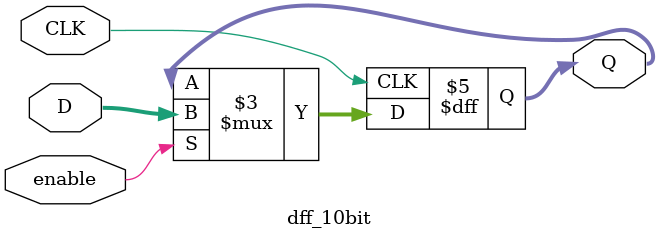
<source format=v>
`timescale 1ns / 1ps


module dff_10bit(
    input CLK,
    input [9:0] D,             // 10-bit data input
    input enable,              // Write enable signal
    output reg [9:0] Q = 10'b0 // Initialize Q to zero
);
    always @(posedge CLK) begin
        if (enable)
            Q <= D;           // Write data to Q on positive clock edge
    end
endmodule



</source>
